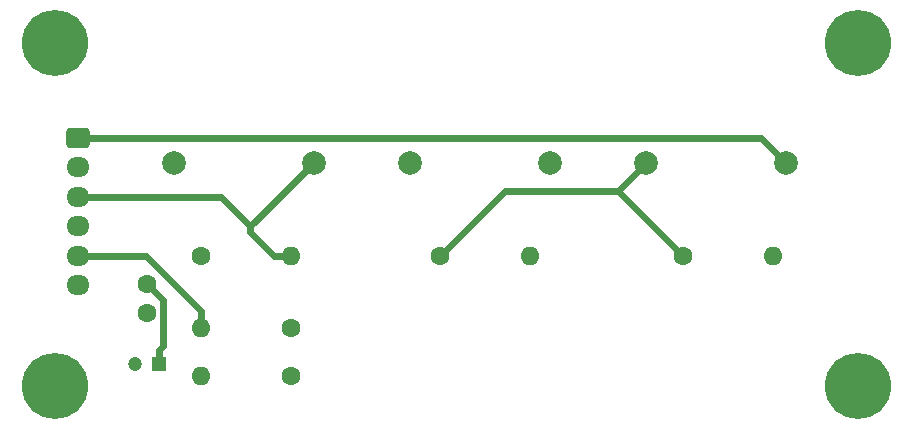
<source format=gbr>
%TF.GenerationSoftware,KiCad,Pcbnew,7.0.2*%
%TF.CreationDate,2023-10-27T13:44:30+02:00*%
%TF.ProjectId,zmct_3phase,7a6d6374-5f33-4706-9861-73652e6b6963,rev?*%
%TF.SameCoordinates,Original*%
%TF.FileFunction,Copper,L1,Top*%
%TF.FilePolarity,Positive*%
%FSLAX46Y46*%
G04 Gerber Fmt 4.6, Leading zero omitted, Abs format (unit mm)*
G04 Created by KiCad (PCBNEW 7.0.2) date 2023-10-27 13:44:30*
%MOMM*%
%LPD*%
G01*
G04 APERTURE LIST*
G04 Aperture macros list*
%AMRoundRect*
0 Rectangle with rounded corners*
0 $1 Rounding radius*
0 $2 $3 $4 $5 $6 $7 $8 $9 X,Y pos of 4 corners*
0 Add a 4 corners polygon primitive as box body*
4,1,4,$2,$3,$4,$5,$6,$7,$8,$9,$2,$3,0*
0 Add four circle primitives for the rounded corners*
1,1,$1+$1,$2,$3*
1,1,$1+$1,$4,$5*
1,1,$1+$1,$6,$7*
1,1,$1+$1,$8,$9*
0 Add four rect primitives between the rounded corners*
20,1,$1+$1,$2,$3,$4,$5,0*
20,1,$1+$1,$4,$5,$6,$7,0*
20,1,$1+$1,$6,$7,$8,$9,0*
20,1,$1+$1,$8,$9,$2,$3,0*%
G04 Aperture macros list end*
%TA.AperFunction,ComponentPad*%
%ADD10C,1.600000*%
%TD*%
%TA.AperFunction,ComponentPad*%
%ADD11O,1.600000X1.600000*%
%TD*%
%TA.AperFunction,ComponentPad*%
%ADD12C,2.000000*%
%TD*%
%TA.AperFunction,ComponentPad*%
%ADD13C,5.600000*%
%TD*%
%TA.AperFunction,ComponentPad*%
%ADD14RoundRect,0.250000X-0.725000X0.600000X-0.725000X-0.600000X0.725000X-0.600000X0.725000X0.600000X0*%
%TD*%
%TA.AperFunction,ComponentPad*%
%ADD15O,1.950000X1.700000*%
%TD*%
%TA.AperFunction,ComponentPad*%
%ADD16R,1.200000X1.200000*%
%TD*%
%TA.AperFunction,ComponentPad*%
%ADD17C,1.200000*%
%TD*%
%TA.AperFunction,Conductor*%
%ADD18C,0.600000*%
%TD*%
G04 APERTURE END LIST*
D10*
%TO.P,R4,1*%
%TO.N,Net-(J1-Pin_4)*%
X152590000Y-106000000D03*
D11*
%TO.P,R4,2*%
%TO.N,Net-(J1-Pin_2)*%
X160210000Y-106000000D03*
%TD*%
D12*
%TO.P,U3,1*%
%TO.N,Net-(J1-Pin_4)*%
X170075000Y-98125000D03*
%TO.P,U3,2*%
%TO.N,Net-(J1-Pin_1)*%
X181925000Y-98125000D03*
%TD*%
%TO.P,U2,1*%
%TO.N,Net-(J1-Pin_4)*%
X150075000Y-98125000D03*
%TO.P,U2,2*%
%TO.N,Net-(J1-Pin_2)*%
X161925000Y-98125000D03*
%TD*%
D13*
%TO.P,H1,1*%
%TO.N,N/C*%
X120000000Y-88000000D03*
%TD*%
D14*
%TO.P,J1,1,Pin_1*%
%TO.N,Net-(J1-Pin_1)*%
X122000000Y-96000000D03*
D15*
%TO.P,J1,2,Pin_2*%
%TO.N,Net-(J1-Pin_2)*%
X122000000Y-98500000D03*
%TO.P,J1,3,Pin_3*%
%TO.N,Net-(J1-Pin_3)*%
X122000000Y-101000000D03*
%TO.P,J1,4,Pin_4*%
%TO.N,Net-(J1-Pin_4)*%
X122000000Y-103500000D03*
%TO.P,J1,5,Pin_5*%
%TO.N,Net-(J1-Pin_5)*%
X122000000Y-106000000D03*
%TO.P,J1,6,Pin_6*%
%TO.N,Net-(J1-Pin_6)*%
X122000000Y-108500000D03*
%TD*%
D10*
%TO.P,R3,1*%
%TO.N,Net-(J1-Pin_4)*%
X132380000Y-106000000D03*
D11*
%TO.P,R3,2*%
%TO.N,Net-(J1-Pin_3)*%
X140000000Y-106000000D03*
%TD*%
D16*
%TO.P,C2,1*%
%TO.N,Net-(J1-Pin_4)*%
X128800000Y-115200000D03*
D17*
%TO.P,C2,2*%
%TO.N,Net-(J1-Pin_6)*%
X126800000Y-115200000D03*
%TD*%
D10*
%TO.P,R1,1*%
%TO.N,Net-(J1-Pin_4)*%
X140010000Y-116200000D03*
D11*
%TO.P,R1,2*%
%TO.N,Net-(J1-Pin_6)*%
X132390000Y-116200000D03*
%TD*%
D10*
%TO.P,R5,1*%
%TO.N,Net-(J1-Pin_4)*%
X173190000Y-106000000D03*
D11*
%TO.P,R5,2*%
%TO.N,Net-(J1-Pin_1)*%
X180810000Y-106000000D03*
%TD*%
D13*
%TO.P,H3,1*%
%TO.N,N/C*%
X188000000Y-88000000D03*
%TD*%
%TO.P,H4,1*%
%TO.N,N/C*%
X188000000Y-117000000D03*
%TD*%
%TO.P,H2,1*%
%TO.N,N/C*%
X120000000Y-117000000D03*
%TD*%
D12*
%TO.P,U1,1*%
%TO.N,Net-(J1-Pin_4)*%
X130075000Y-98125000D03*
%TO.P,U1,2*%
%TO.N,Net-(J1-Pin_3)*%
X141925000Y-98125000D03*
%TD*%
D10*
%TO.P,R2,1*%
%TO.N,Net-(J1-Pin_4)*%
X140010000Y-112100000D03*
D11*
%TO.P,R2,2*%
%TO.N,Net-(J1-Pin_5)*%
X132390000Y-112100000D03*
%TD*%
D10*
%TO.P,C1,1*%
%TO.N,Net-(J1-Pin_4)*%
X127800000Y-108350000D03*
%TO.P,C1,2*%
%TO.N,Net-(J1-Pin_6)*%
X127800000Y-110850000D03*
%TD*%
D18*
%TO.N,Net-(J1-Pin_1)*%
X179800000Y-96000000D02*
X181925000Y-98125000D01*
X122000000Y-96000000D02*
X179800000Y-96000000D01*
%TO.N,Net-(J1-Pin_3)*%
X140000000Y-106000000D02*
X138600000Y-106000000D01*
X136550000Y-103950000D02*
X138600000Y-106000000D01*
X136550000Y-103500000D02*
X136550000Y-103950000D01*
X134050000Y-101000000D02*
X136550000Y-103500000D01*
X122000000Y-101000000D02*
X134050000Y-101000000D01*
X136550000Y-103500000D02*
X141925000Y-98125000D01*
%TO.N,Net-(J1-Pin_4)*%
X129155600Y-109705600D02*
X127800000Y-108350000D01*
X129155600Y-113644400D02*
X129155600Y-109705600D01*
X128800000Y-114000000D02*
X129155600Y-113644400D01*
X128800000Y-115200000D02*
X128800000Y-114000000D01*
X167695000Y-100505000D02*
X173190000Y-106000000D01*
X158085000Y-100505000D02*
X167695000Y-100505000D01*
X152590000Y-106000000D02*
X158085000Y-100505000D01*
X167695000Y-100505000D02*
X170075000Y-98125000D01*
%TO.N,Net-(J1-Pin_5)*%
X127690000Y-106000000D02*
X132390000Y-110700000D01*
X122000000Y-106000000D02*
X127690000Y-106000000D01*
X132390000Y-112100000D02*
X132390000Y-110700000D01*
%TD*%
M02*

</source>
